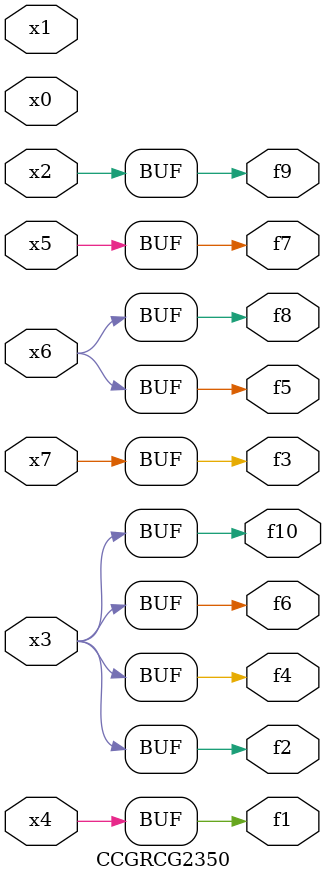
<source format=v>
module CCGRCG2350(
	input x0, x1, x2, x3, x4, x5, x6, x7,
	output f1, f2, f3, f4, f5, f6, f7, f8, f9, f10
);
	assign f1 = x4;
	assign f2 = x3;
	assign f3 = x7;
	assign f4 = x3;
	assign f5 = x6;
	assign f6 = x3;
	assign f7 = x5;
	assign f8 = x6;
	assign f9 = x2;
	assign f10 = x3;
endmodule

</source>
